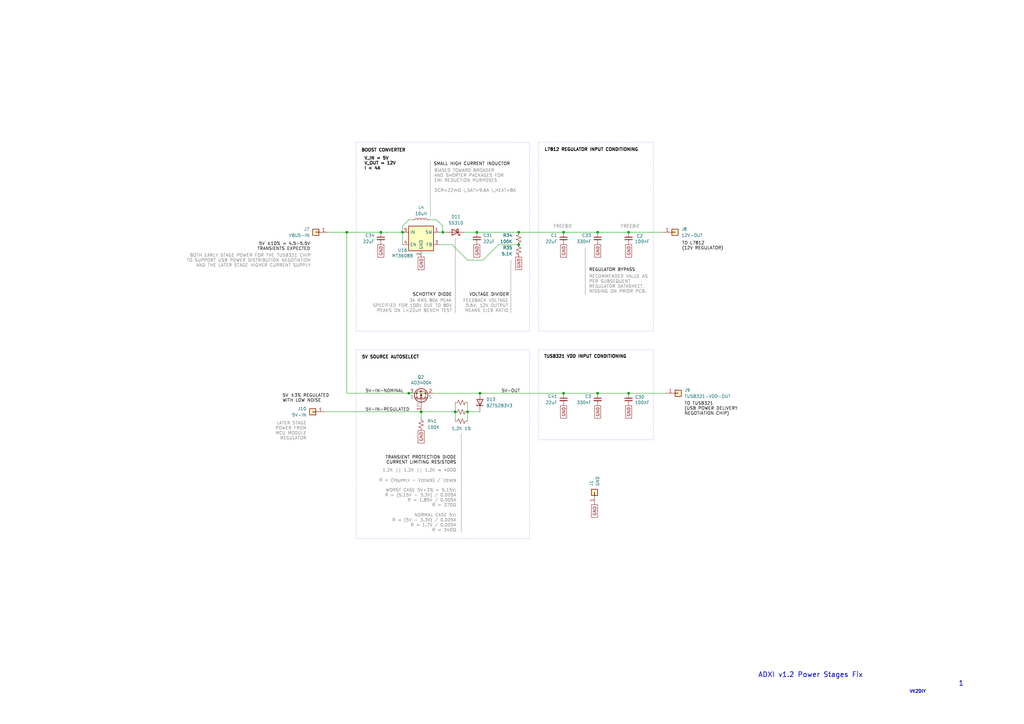
<source format=kicad_sch>
(kicad_sch (version 20231120) (generator "eeschema") (generator_version "8.0")
  (paper "A3")
  (lib_symbols
    (symbol "Connector_Generic:Conn_01x01" (pin_names (offset 1.016) hide)
      (property "Reference" "J" (at 0 2.54 0))
      (property "Value" "Conn_01x01" (at 0 -2.54 0))
      (symbol "Conn_01x01_1_1"
        (rectangle (start -1.27 0.127) (end 0 -0.127) (stroke (width 0.1524)))
        (rectangle (start -1.27 1.27) (end 1.27 -1.27) (stroke (width 0.254)) (fill (type background)))
        (pin passive line (at -5.08 0 0) (length 3.81) (name "Pin_1") (number "1"))
      )
    )
    (symbol "Device:C_Small" (pin_numbers hide) (pin_names (offset 0.254) hide)
      (property "Reference" "C" (at 0.254 1.778 0))
      (property "Value" "C_Small" (at 0.254 -2.032 0))
      (symbol "C_Small_0_1"
        (polyline (pts (xy -1.524 -0.508) (xy 1.524 -0.508)) (stroke (width 0.3302)))
        (polyline (pts (xy -1.524 0.508) (xy 1.524 0.508)) (stroke (width 0.3048)))
      )
      (symbol "C_Small_1_1"
        (pin passive line (at 0 2.54 270) (length 2.032) (name "~") (number "1"))
        (pin passive line (at 0 -2.54 90) (length 2.032) (name "~") (number "2"))
      )
    )
    (symbol "Device:L" (pin_numbers hide) (pin_names (offset 1.016) hide)
      (property "Reference" "L" (at -1.27 0 90))
      (property "Value" "L" (at 1.905 0 90))
      (symbol "L_0_1"
        (arc (start 0 -2.54) (mid 0.6323 -1.905) (end 0 -1.27))
        (arc (start 0 -1.27) (mid 0.6323 -0.635) (end 0 0))
        (arc (start 0 0) (mid 0.6323 0.635) (end 0 1.27))
        (arc (start 0 1.27) (mid 0.6323 1.905) (end 0 2.54))
      )
      (symbol "L_1_1"
        (pin passive line (at 0 3.81 270) (length 1.27) (name "1") (number "1"))
        (pin passive line (at 0 -3.81 90) (length 1.27) (name "2") (number "2"))
      )
    )
    (symbol "Device:R_Small_US" (pin_numbers hide) (pin_names (offset 0.254) hide)
      (property "Reference" "R" (at 0.762 0.508 0))
      (property "Value" "R_Small_US" (at 0.762 -1.016 0))
      (symbol "R_Small_US_1_1"
        (polyline (pts (xy 0 0) (xy 1.016 -0.381) (xy 0 -0.762) (xy -1.016 -1.143) (xy 0 -1.524)))
        (polyline (pts (xy 0 1.524) (xy 1.016 1.143) (xy 0 0.762) (xy -1.016 0.381) (xy 0 0)))
        (pin passive line (at 0 2.54 270) (length 1.016) (name "~") (number "1"))
        (pin passive line (at 0 -2.54 90) (length 1.016) (name "~") (number "2"))
      )
    )
    (symbol "Diode:BZT52Bxx" (pin_numbers hide) (pin_names hide)
      (property "Reference" "D" (at 0 2.54 0))
      (property "Value" "BZT52Bxx" (at 0 -2.54 0))
      (symbol "BZT52Bxx_0_1"
        (polyline (pts (xy 1.27 0) (xy -1.27 0)))
        (polyline (pts (xy -1.27 -1.27) (xy -1.27 1.27) (xy -0.762 1.27)) (stroke (width 0.254)))
        (polyline (pts (xy 1.27 -1.27) (xy 1.27 1.27) (xy -1.27 0) (xy 1.27 -1.27)) (stroke (width 0.254)))
      )
      (symbol "BZT52Bxx_1_1"
        (pin passive line (at -3.81 0 0) (length 2.54) (name "K") (number "1"))
        (pin passive line (at 3.81 0 180) (length 2.54) (name "A") (number "2"))
      )
    )
    (symbol "Diode:SS310" (pin_numbers hide) (pin_names (offset 1.016) hide)
      (property "Reference" "D" (at 0 2.54 0))
      (property "Value" "SS310" (at 0 -2.54 0))
      (symbol "SS310_0_1"
        (polyline (pts (xy 1.27 0) (xy -1.27 0)))
        (polyline (pts (xy 1.27 1.27) (xy 1.27 -1.27) (xy -1.27 0) (xy 1.27 1.27)) (stroke (width 0.254)))
        (polyline (pts (xy -1.905 0.635) (xy -1.905 1.27) (xy -1.27 1.27) (xy -1.27 -1.27) (xy -0.635 -1.27) (xy -0.635 -0.635)) (stroke (width 0.254)))
      )
      (symbol "SS310_1_1"
        (pin passive line (at -3.81 0 0) (length 2.54) (name "K") (number "1"))
        (pin passive line (at 3.81 0 180) (length 2.54) (name "A") (number "2"))
      )
    )
    (symbol "Regulator_Switching:MT3608"
      (property "Reference" "U" (at -2.54 8.89 0))
      (property "Value" "MT3608" (at -3.81 6.35 0))
      (symbol "MT3608_0_1"
        (rectangle (start -5.08 5.08) (end 5.08 -5.08) (stroke (width 0.254)) (fill (type background)))
      )
      (symbol "MT3608_1_1"
        (pin passive line (at 7.62 2.54 180) (length 2.54) (name "SW") (number "1"))
        (pin power_in line (at 0 -7.62 90) (length 2.54) (name "GND") (number "2"))
        (pin input line (at 7.62 -2.54 180) (length 2.54) (name "FB") (number "3"))
        (pin input line (at -7.62 -2.54 0) (length 2.54) (name "EN") (number "4"))
        (pin power_in line (at -7.62 2.54 0) (length 2.54) (name "IN") (number "5"))
        (pin no_connect line (at 5.08 0 180) (length 2.54) hide (name "NC") (number "6"))
      )
    )
    (symbol "Transistor_FET:AO3400A" (pin_names hide)
      (property "Reference" "Q" (at 5.08 1.905 0))
      (property "Value" "AO3400A" (at 5.08 0 0))
      (symbol "AO3400A_0_1"
        (polyline (pts (xy 0.254 0) (xy -2.54 0)))
        (polyline (pts (xy 0.254 1.905) (xy 0.254 -1.905)) (stroke (width 0.254)))
        (polyline (pts (xy 0.762 -1.27) (xy 0.762 -2.286)) (stroke (width 0.254)))
        (polyline (pts (xy 0.762 0.508) (xy 0.762 -0.508)) (stroke (width 0.254)))
        (polyline (pts (xy 0.762 2.286) (xy 0.762 1.27)) (stroke (width 0.254)))
        (polyline (pts (xy 2.54 2.54) (xy 2.54 1.778)))
        (polyline (pts (xy 2.54 -2.54) (xy 2.54 0) (xy 0.762 0)))
        (polyline (pts (xy 0.762 -1.778) (xy 3.302 -1.778) (xy 3.302 1.778) (xy 0.762 1.778)))
        (polyline (pts (xy 1.016 0) (xy 2.032 0.381) (xy 2.032 -0.381) (xy 1.016 0)) (fill (type outline)))
        (polyline (pts (xy 2.794 0.508) (xy 2.921 0.381) (xy 3.683 0.381) (xy 3.81 0.254)))
        (polyline (pts (xy 3.302 0.381) (xy 2.921 -0.254) (xy 3.683 -0.254) (xy 3.302 0.381)))
        (circle (center 1.651 0) (radius 2.794) (stroke (width 0.254)))
        (circle (center 2.54 -1.778) (radius 0.254) (fill (type outline)))
        (circle (center 2.54 1.778) (radius 0.254) (fill (type outline)))
      )
      (symbol "AO3400A_1_1"
        (pin input line (at -5.08 0 0) (length 2.54) (name "G") (number "1"))
        (pin passive line (at 2.54 -5.08 90) (length 2.54) (name "S") (number "2"))
        (pin passive line (at 2.54 5.08 270) (length 2.54) (name "D") (number "3"))
      )
    )
  )
  (junction (at 231.14 161.29))
  (junction (at 167.64 161.29))
  (junction (at 172.72 168.91))
  (junction (at 212.725 100.33))
  (junction (at 212.725 95.25))
  (junction (at 196.85 161.29))
  (junction (at 186.69 168.91))
  (junction (at 142.24 95.25))
  (junction (at 181.61 95.25))
  (junction (at 257.81 161.29))
  (junction (at 195.58 95.25))
  (junction (at 165.1 95.25))
  (junction (at 245.11 95.25))
  (junction (at 191.77 168.91))
  (junction (at 156.21 95.25))
  (junction (at 245.11 161.29))
  (junction (at 231.14 95.25))
  (junction (at 257.81 95.25))
  (wire (pts (xy 180.34 95.25) (xy 181.61 95.25)))
  (wire (pts (xy 134.62 95.25) (xy 142.24 95.25)))
  (wire (pts (xy 196.85 161.29) (xy 231.14 161.29)))
  (wire (pts (xy 142.24 95.25) (xy 156.21 95.25)))
  (wire (pts (xy 165.1 95.25) (xy 165.1 92.71)))
  (wire (pts (xy 176.53 90.17) (xy 179.07 90.17)))
  (wire (pts (xy 142.24 95.25) (xy 142.24 161.29)))
  (wire (pts (xy 195.58 95.25) (xy 212.725 95.25)))
  (wire (pts (xy 191.77 168.91) (xy 196.85 168.91)))
  (polyline (pts (xy 189.23 177.8) (xy 189.23 218.44)) (stroke (width 0) (color 132 132 132 1)))
  (wire (pts (xy 165.1 92.71) (xy 167.64 90.17)))
  (wire (pts (xy 179.07 90.17) (xy 181.61 92.71)))
  (wire (pts (xy 212.725 95.25) (xy 231.14 95.25)))
  (wire (pts (xy 177.8 161.29) (xy 196.85 161.29)))
  (wire (pts (xy 191.77 165.1) (xy 191.77 168.91)))
  (polyline (pts (xy 240.03 101.6) (xy 240.03 120.65)) (stroke (width 0) (color 132 132 132 1)))
  (wire (pts (xy 156.21 95.25) (xy 165.1 95.25)))
  (wire (pts (xy 165.1 95.25) (xy 165.1 100.33)))
  (wire (pts (xy 204.47 100.33) (xy 212.725 100.33)))
  (wire (pts (xy 191.77 168.91) (xy 191.77 172.72)))
  (wire (pts (xy 142.24 161.29) (xy 167.64 161.29)))
  (polyline (pts (xy 209.55 106.68) (xy 209.55 128.27)) (stroke (width 0) (color 132 132 132 1)))
  (wire (pts (xy 186.69 168.91) (xy 186.69 172.72)))
  (wire (pts (xy 257.81 95.25) (xy 271.78 95.25)))
  (wire (pts (xy 245.11 161.29) (xy 257.81 161.29)))
  (wire (pts (xy 186.69 165.1) (xy 186.69 168.91)))
  (wire (pts (xy 167.64 161.29) (xy 175.26 161.29)))
  (wire (pts (xy 181.61 95.25) (xy 182.88 95.25)))
  (wire (pts (xy 180.34 100.33) (xy 185.42 100.33)))
  (wire (pts (xy 231.14 161.29) (xy 245.11 161.29)))
  (wire (pts (xy 257.81 161.29) (xy 273.05 161.29)))
  (wire (pts (xy 181.61 92.71) (xy 181.61 95.25)))
  (wire (pts (xy 231.14 95.25) (xy 245.11 95.25)))
  (wire (pts (xy 204.47 100.33) (xy 198.12 106.68)))
  (wire (pts (xy 245.11 95.25) (xy 257.81 95.25)))
  (wire (pts (xy 191.77 106.68) (xy 185.42 100.33)))
  (polyline (pts (xy 186.69 97.79) (xy 186.69 128.27)) (stroke (width 0) (color 132 132 132 1)))
  (wire (pts (xy 190.5 95.25) (xy 195.58 95.25)))
  (polyline (pts (xy 176.53 66.04) (xy 176.53 88.9)) (stroke (width 0) (color 132 132 132 1)))
  (wire (pts (xy 172.72 168.91) (xy 186.69 168.91)))
  (wire (pts (xy 172.72 168.91) (xy 172.72 171.45)))
  (wire (pts (xy 167.64 90.17) (xy 168.91 90.17)))
  (wire (pts (xy 191.77 106.68) (xy 198.12 106.68)))
  (wire (pts (xy 133.35 168.91) (xy 172.72 168.91)))
  (rectangle (start 220.98 58.42) (end 267.97 135.89) (stroke (width 0) (type dot)))
  (rectangle (start 146.05 58.42) (end 217.17 135.89) (stroke (width 0) (type dot)))
  (rectangle (start 220.98 143.51) (end 267.97 180.34) (stroke (width 0) (type dot)))
  (rectangle (start 146.05 143.51) (end 217.17 220.98) (stroke (width 0) (type dot)))
  (text "FREEBIE" (at 226.822 92.964 0) (effects (font (size 1.27 1.27) (italic yes)) (justify left)))
  (text "VK2DIY" (at 376.428 283.718 0) (effects (font (size 1.27 1.27) (bold yes))))
  (text "G" (at 172.212 166.37 0) (effects (font (size 1.27 1.27)) (justify right)))
  (text "SCHOTTKY DIODE" (at 185.42 120.904 0) (effects (font (size 1.27 1.27) (thickness 0.1588)) (justify right)))
  (text "BOOST CONVERTER" (at 166.37 61.722 0) (effects (font (size 1.27 1.27) (thickness 0.254) (bold yes)) (justify right)))
  (text "FEEDBACK VOLTAGE\n0.6V, 12V OUTPUT\nMEANS 1:19 RATIO" (at 208.534 125.476 0) (effects (font (size 1.27 1.27)) (justify right)))
  (text "FREEBIE" (at 254.508 92.964 0) (effects (font (size 1.27 1.27) (italic yes)) (justify left)))
  (text "ADXI v1.2 Power Stages Fix" (at 310.896 276.86 0) (effects (font (size 2.032 2.032) (thickness 0.254) (bold yes)) (justify left)))
  (text "V_IN = 5V\nV_OUT = 12V\nI < 4A" (at 149.352 67.056 0) (effects (font (size 1.27 1.27) (thickness 0.254) (bold yes)) (justify left)))
  (text "REGULATOR BYPASS" (at 241.554 110.744 0) (effects (font (size 1.27 1.27) (thickness 0.1588)) (justify left)))
  (text "3A RMS 80A PEAK\nSPECIFIED FOR 100V DUE TO 80V\nPEAKS ON L=22uH BENCH TEST" (at 185.42 125.476 0) (effects (font (size 1.27 1.27)) (justify right)))
  (text "S" (at 175.768 163.068 0) (effects (font (size 1.27 1.27)) (justify left)))
  (text "TO L7812\n(12V REGULATOR)" (at 279.654 100.838 0) (effects (font (size 1.27 1.27)) (justify left)))
  (text "TO TUSB321\n(USB POWER DELIVERY\nNEGOTIATION CHIP)" (at 280.67 167.64 0) (effects (font (size 1.27 1.27)) (justify left)))
  (text "VOLTAGE DIVIDER" (at 208.788 120.904 0) (effects (font (size 1.27 1.27) (thickness 0.1588)) (justify right)))
  (text "5V ±10% = 4.5-5.5V\nTRANSIENTS EXPECTED" (at 127.254 101.092 0) (effects (font (size 1.27 1.27)) (justify right)))
  (text "BIASED TOWARD BROADER\nAND SHORTER PACKAGES FOR\nEMI REDUCTION PURPOSES\n\nDCR=22mΩ I_SAT>9.6A I_HEAT>8A" (at 178.054 69.342 0) (effects (font (size 1.27 1.27)) (justify left top)))
  (text "LATER STAGE\nPOWER FROM\nMCU MODULE\nREGULATOR" (at 125.73 176.784 0) (effects (font (size 1.27 1.27)) (justify right)))
  (text "TUSB321 VDD INPUT CONDITIONING" (at 223.012 146.304 0) (effects (font (size 1.27 1.27) (thickness 0.254) (bold yes)) (justify left)))
  (text "TRANSIENT PROTECTION DIODE\nCURRENT LIMITING RESISTORS" (at 187.198 186.944 0) (effects (font (size 1.27 1.27) (thickness 0.1588)) (justify right top)))
  (text "D" (at 169.672 163.068 0) (effects (font (size 1.27 1.27)) (justify right)))
  (text "L7812 REGULATOR INPUT CONDITIONING" (at 223.266 61.468 0) (effects (font (size 1.27 1.27) (thickness 0.254) (bold yes)) (justify left)))
  (text "1.2K || 1.2K || 1.2K ≈ 400Ω\n\nR = (V_{SUPPLY} - V_{ZENER}) / I_{ZENER}\n\nWORST CASE 5V+3% = 5.15V:\n R = (5.15V - 3.3V) / 0.005A\n R = 1.85V / 0.005A\n R = 370Ω\n\nNORMAL CASE 5V:\n R = (5V - 3.3V) / 0.005A\n R = 1.7V / 0.005A\n R = 340Ω" (at 187.198 192.278 0) (effects (font (size 1.27 1.27)) (justify right top)))
  (text "5V SOURCE AUTOSELECT" (at 148.336 146.558 0) (effects (font (size 1.27 1.27) (thickness 0.254) (bold yes)) (justify left)))
  (text "5V ±3% REGULATED\nWITH LOW NOISE" (at 115.824 163.322 0) (effects (font (size 1.27 1.27)) (justify left)))
  (text "RECOMMENDED VALUE AS\nPER SUBSEQUENT\nREGULATOR DATASHEET,\nMISSING ON PRIOR PCB." (at 241.554 116.586 0) (effects (font (size 1.27 1.27)) (justify left)))
  (text "1" (at 394.208 280.416 0) (effects (font (size 2.032 2.032) (thickness 0.254) (bold yes))))
  (text "SMALL HIGH CURRENT INDUCTOR" (at 177.8 67.31 0) (effects (font (size 1.27 1.27) (thickness 0.1588)) (justify left)))
  (text "BOTH EARLY STAGE POWER FOR THE TUSB321 CHIP\nTO SUPPORT USB POWER DISTRIBUTION NEGOTIATION\nAND THE LATER STAGE HIGHER CURRENT SUPPLY" (at 127.508 106.934 0) (effects (font (size 1.27 1.27)) (justify right)))
  (label "5V-IN-NOMINAL" (at 149.86 161.29 0))
  (label "5V-IN-REGULATED" (at 149.86 168.91 0))
  (label "5V-OUT" (at 213.36 161.29 180))
  (global_label "GND" (shape passive) (at 243.84 207.01 270) (property "Intersheetrefs" "${INTERSHEET_REFS}" (effects (hide yes))))
  (global_label "GND" (shape passive) (at 172.72 105.41 270) (property "Intersheetrefs" "${INTERSHEET_REFS}" (effects (hide yes))))
  (global_label "GND" (shape passive) (at 245.11 100.33 270) (property "Intersheetrefs" "${INTERSHEET_REFS}" (effects (hide yes))))
  (global_label "GND" (shape passive) (at 195.58 100.33 270) (property "Intersheetrefs" "${INTERSHEET_REFS}" (effects (hide yes))))
  (global_label "GND" (shape passive) (at 257.81 100.33 270) (property "Intersheetrefs" "${INTERSHEET_REFS}" (effects (hide yes))))
  (global_label "GND" (shape passive) (at 172.72 176.53 270) (property "Intersheetrefs" "${INTERSHEET_REFS}" (effects (hide yes))))
  (global_label "GND" (shape passive) (at 156.21 100.33 270) (property "Intersheetrefs" "${INTERSHEET_REFS}" (effects (hide yes))))
  (global_label "GND" (shape passive) (at 257.81 166.37 270) (property "Intersheetrefs" "${INTERSHEET_REFS}" (effects (hide yes))))
  (global_label "GND" (shape passive) (at 245.11 166.37 270) (property "Intersheetrefs" "${INTERSHEET_REFS}" (effects (hide yes))))
  (global_label "GND" (shape passive) (at 231.14 166.37 270) (property "Intersheetrefs" "${INTERSHEET_REFS}" (effects (hide yes))))
  (global_label "GND" (shape passive) (at 231.14 100.33 270) (property "Intersheetrefs" "${INTERSHEET_REFS}" (effects (hide yes))))
  (global_label "GND" (shape passive) (at 212.725 105.41 270) (property "Intersheetrefs" "${INTERSHEET_REFS}" (effects (hide yes))))
  (symbol (lib_id "Connector_Generic:Conn_01x01") (at 278.13 161.29 0) (unit 1)
    (property "Reference" "J9" (at 280.67 160.0199 0) (effects (justify left)))
    (property "Value" "TUSB321-VDD-OUT" (at 280.67 162.5599 0) (effects (justify left)))
    (property "Footprint" "Connector_PinHeader_2.54mm:PinHeader_1x01_P2.54mm_Vertical" (effects (hide yes)))
    (property "Description" "Generic connector, single row, 01x01, script generated (kicad-library-utils/schlib/autogen/connector/)" (effects (hide yes)))
  )
  (symbol (lib_id "Connector_Generic:Conn_01x01") (at 128.27 168.91 0) (mirror y) (unit 1)
    (property "Reference" "J10" (at 125.73 167.6399 0) (effects (justify left)))
    (property "Value" "5V-IN" (at 125.73 170.1799 0) (effects (justify left)))
    (property "Footprint" "Connector_PinHeader_2.54mm:PinHeader_1x01_P2.54mm_Vertical" (effects (hide yes)))
    (property "Description" "Generic connector, single row, 01x01, script generated (kicad-library-utils/schlib/autogen/connector/)" (effects (hide yes)))
  )
  (symbol (lib_id "Diode:BZT52Bxx") (at 196.85 165.1 90) (unit 1)
    (property "Reference" "D13" (at 199.39 163.8299 90) (effects (justify right)))
    (property "Value" "BZT52B3V3" (at 199.39 166.3699 90) (effects (justify right)))
    (property "Footprint" "Diode_SMD:D_SOD-123F" (effects (hide yes)))
    (property "Datasheet" "https://wmsc.lcsc.com/wmsc/upload/file/pdf/v2/lcsc/2310251757_hongjiacheng-BZT52B3V3_C19077392.pdf" (effects (hide yes)))
    (property "Description" "Independent Type 3.23V~3.37V 500mW 3.3V SOD-123 Zener Diodes ROHS" (effects (hide yes)))
    (property "LCSC Part #" "C19077392" (effects (hide yes)))
    (property "MPN" "BZT52B3V3" (effects (hide yes)))
    (property "Manufacturer" "Hongjiacheng" (effects (hide yes)))
  )
  (symbol (lib_id "Device:R_Small_US") (at 212.725 97.79 0) (mirror x) (unit 1)
    (property "Reference" "R34" (at 210.185 96.5199 0) (effects (justify right)))
    (property "Value" "100K" (at 210.185 99.0599 0) (effects (justify right)))
    (property "Footprint" "Resistor_SMD:R_1206_3216Metric" (effects (hide yes)))
    (property "Datasheet" "https://wmsc.lcsc.com/wmsc/upload/file/pdf/v2/lcsc/2206010145_UNI-ROYAL-Uniroyal-Elec-1206W4F1003T5E_C17900.pdf" (effects (hide yes)))
    (property "Description" "Resistor, small US symbol" (effects (hide yes)))
    (property "LCSC Part #" "C17900" (effects (hide yes)))
    (property "MPN" "1206W4F1003T5E" (effects (hide yes)))
    (property "Manufacturer" "Uniroyal" (effects (hide yes)))
  )
  (symbol (lib_id "Device:C_Small") (at 257.81 97.79 0) (mirror x) (unit 1)
    (property "Reference" "C2" (at 262.382 96.774 0))
    (property "Value" "100nF" (at 263.398 99.06 0))
    (property "Footprint" "Capacitor_SMD:C_0805_2012Metric" (effects (hide yes)))
    (property "Datasheet" "https://wmsc.lcsc.com/wmsc/upload/file/pdf/v2/lcsc/2304140030_Samsung-Electro-Mechanics-CL21B104KCFNNNE_C28233.pdf" (effects (hide yes)))
    (property "Description" "Unpolarized capacitor, small symbol" (effects (hide yes)))
    (property "MPN" "CL21B104KCFNNNE" (effects (hide yes)))
    (property "LCSC Part #" "C28233" (effects (hide yes)))
    (property "Manfacturer" "Samsung" (effects (hide yes)))
  )
  (symbol (lib_id "Device:C_Small") (at 231.14 97.79 0) (mirror y) (unit 1)
    (property "Reference" "C1" (at 228.6 96.5262 0) (effects (justify left)))
    (property "Value" "22uF" (at 228.6 99.0662 0) (effects (justify left)))
    (property "Footprint" "Capacitor_SMD:C_0805_2012Metric" (effects (hide yes)))
    (property "Datasheet" "https://www.lcsc.com/datasheet/lcsc_datasheet_2304140030_Samsung-Electro-Mechanics-CL21A226MAQNNNE_C45783.pdf" (effects (hide yes)))
    (property "Description" "25V 22uF X5R ±20% 0805 Multilayer Ceramic Capacitors MLCC - SMD/SMT ROHS" (effects (hide yes)))
    (property "LCSC Part #" "C45783" (effects (hide yes)))
    (property "MPN" "CL21A226MAQNNNE" (effects (hide yes)))
    (property "Manufacturer" "Samsung" (effects (hide yes)))
  )
  (symbol (lib_id "Device:R_Small_US") (at 212.725 102.87 0) (unit 1)
    (property "Reference" "R35" (at 210.185 101.5999 0) (effects (justify right)))
    (property "Value" "5.1K" (at 210.185 104.1399 0) (effects (justify right)))
    (property "Footprint" "Resistor_SMD:R_0805_2012Metric" (effects (hide yes)))
    (property "Datasheet" "https://wmsc.lcsc.com/wmsc/upload/file/pdf/v2/lcsc/2206010030_UNI-ROYAL-Uniroyal-Elec-0805W8F5101T5E_C27834.pdf" (effects (hide yes)))
    (property "Description" "125mW Thick Film Resistors 150V ±100ppm/℃ ±1% 5.1kΩ 0805 Chip Resistor - Surface Mount ROHS" (effects (hide yes)))
    (property "LCSC Part #" "C27834" (effects (hide yes)))
    (property "MPN" "0805W8F5101T5E" (effects (hide yes)))
    (property "Manufacturer" "Uniroyal" (effects (hide yes)))
  )
  (symbol (lib_id "Connector_Generic:Conn_01x01") (at 243.84 201.93 90) (unit 1)
    (property "Reference" "J1" (at 242.5699 199.39 0) (effects (justify left)))
    (property "Value" "GND" (at 245.1099 199.39 0) (effects (justify left)))
    (property "Footprint" "Connector_PinHeader_2.54mm:PinHeader_1x01_P2.54mm_Vertical" (effects (hide yes)))
    (property "Description" "Generic connector, single row, 01x01, script generated (kicad-library-utils/schlib/autogen/connector/)" (effects (hide yes)))
  )
  (symbol (lib_id "Device:C_Small") (at 156.21 97.79 0) (mirror y) (unit 1)
    (property "Reference" "C34" (at 153.67 96.5262 0) (effects (justify left)))
    (property "Value" "22uF" (at 153.67 99.0662 0) (effects (justify left)))
    (property "Footprint" "Capacitor_SMD:C_0805_2012Metric" (effects (hide yes)))
    (property "Datasheet" "https://www.lcsc.com/datasheet/lcsc_datasheet_2304140030_Samsung-Electro-Mechanics-CL21A226MAQNNNE_C45783.pdf" (effects (hide yes)))
    (property "Description" "25V 22uF X5R ±20% 0805 Multilayer Ceramic Capacitors MLCC - SMD/SMT ROHS" (effects (hide yes)))
    (property "LCSC Part #" "C45783" (effects (hide yes)))
    (property "MPN" "CL21A226MAQNNNE" (effects (hide yes)))
    (property "Manufacturer" "Samsung" (effects (hide yes)))
  )
  (symbol (lib_id "Transistor_FET:AO3400A") (at 172.72 163.83 90) (unit 1)
    (property "Reference" "Q2" (at 173.99 154.686 90) (effects (justify left)))
    (property "Value" "AO3400A" (at 177.038 156.972 90) (effects (justify left)))
    (property "Footprint" "Package_TO_SOT_SMD:SOT-23" (effects (hide yes)))
    (property "Datasheet" "https://www.lcsc.com/datasheet/lcsc_datasheet_1811081213_Alpha---Omega-Semicon-AO3400A_C20917.pdf" (effects (hide yes)))
    (property "Description" "30V 5.7A 26.5mΩ@10V,5.7A 1.4W 1.5V@250uA 1 N-Channel SOT-23-3L MOSFETs ROHS" (effects (hide yes)))
    (property "LCSC Part #" "C20917" (effects (hide yes)))
    (property "MPN" "AO3400A" (effects (hide yes)))
    (property "Manufacturer" "Alpha & Omega Semicon" (effects (hide yes)))
  )
  (symbol (lib_id "Device:R_Small_US") (at 189.23 168.91 90) (unit 1)
    (property "Reference" "R43" (effects (hide yes)))
    (property "Value" "1.2K 1%" (effects (hide yes)))
    (property "Footprint" "Resistor_SMD:R_0603_1608Metric" (effects (hide yes)))
    (property "Datasheet" "https://www.lcsc.com/datasheet/lcsc_datasheet_2206010130_UNI-ROYAL-Uniroyal-Elec-0603WAF1201T5E_C22765.pdf" (effects (hide yes)))
    (property "Description" "100mW Thick Film Resistors 75V ±100ppm/℃ ±1% 1.2kΩ 0603 Chip Resistor - Surface Mount ROHS" (effects (hide yes)))
    (property "LCSC Part #" "C22765" (effects (hide yes)))
    (property "MPN" "0603WAF1201T5E" (effects (hide yes)))
    (property "Manufacturer" "Uniroyal" (effects (hide yes)))
  )
  (symbol (lib_id "Device:R_Small_US") (at 172.72 173.99 180) (unit 1)
    (property "Reference" "R41" (at 175.26 172.7199 0) (effects (justify right)))
    (property "Value" "100K" (at 175.26 175.2599 0) (effects (justify right)))
    (property "Footprint" "Resistor_SMD:R_1206_3216Metric" (effects (hide yes)))
    (property "Datasheet" "https://wmsc.lcsc.com/wmsc/upload/file/pdf/v2/lcsc/2206010145_UNI-ROYAL-Uniroyal-Elec-1206W4F1003T5E_C17900.pdf" (effects (hide yes)))
    (property "Description" "Resistor, small US symbol" (effects (hide yes)))
    (property "LCSC Part #" "C17900" (effects (hide yes)))
    (property "MPN" "1206W4F1003T5E" (effects (hide yes)))
    (property "Manufacturer" "Uniroyal" (effects (hide yes)))
  )
  (symbol (lib_id "Device:R_Small_US") (at 189.23 165.1 90) (unit 1)
    (property "Reference" "R44" (effects (hide yes)))
    (property "Value" "1.2K 1%" (effects (hide yes)))
    (property "Footprint" "Resistor_SMD:R_0603_1608Metric" (effects (hide yes)))
    (property "Datasheet" "https://www.lcsc.com/datasheet/lcsc_datasheet_2206010130_UNI-ROYAL-Uniroyal-Elec-0603WAF1201T5E_C22765.pdf" (effects (hide yes)))
    (property "Description" "100mW Thick Film Resistors 75V ±100ppm/℃ ±1% 1.2kΩ 0603 Chip Resistor - Surface Mount ROHS" (effects (hide yes)))
    (property "LCSC Part #" "C22765" (effects (hide yes)))
    (property "MPN" "0603WAF1201T5E" (effects (hide yes)))
    (property "Manufacturer" "Uniroyal" (effects (hide yes)))
  )
  (symbol (lib_id "Device:C_Small") (at 257.81 163.83 0) (mirror x) (unit 1)
    (property "Reference" "C30" (at 262.382 162.814 0))
    (property "Value" "100nF" (at 263.398 165.1 0))
    (property "Footprint" "Capacitor_SMD:C_0805_2012Metric" (effects (hide yes)))
    (property "Datasheet" "https://wmsc.lcsc.com/wmsc/upload/file/pdf/v2/lcsc/2304140030_Samsung-Electro-Mechanics-CL21B104KCFNNNE_C28233.pdf" (effects (hide yes)))
    (property "Description" "Unpolarized capacitor, small symbol" (effects (hide yes)))
    (property "MPN" "CL21B104KCFNNNE" (effects (hide yes)))
    (property "LCSC Part #" "C28233" (effects (hide yes)))
    (property "Manfacturer" "Samsung" (effects (hide yes)))
  )
  (symbol (lib_id "Connector_Generic:Conn_01x01") (at 276.86 95.25 0) (unit 1)
    (property "Reference" "J8" (at 279.4 93.9799 0) (effects (justify left)))
    (property "Value" "12V-OUT" (at 279.4 96.5199 0) (effects (justify left)))
    (property "Footprint" "Connector_PinHeader_2.54mm:PinHeader_1x01_P2.54mm_Vertical" (effects (hide yes)))
    (property "Description" "Generic connector, single row, 01x01, script generated (kicad-library-utils/schlib/autogen/connector/)" (effects (hide yes)))
  )
  (symbol (lib_id "Diode:SS310") (at 186.69 95.25 180) (unit 1)
    (property "Reference" "D11" (at 187.0075 88.9 0))
    (property "Value" "SS310" (at 187.0075 91.44 0))
    (property "Footprint" "Diode_SMD:D_SMA" (effects (hide yes)))
    (property "Datasheet" "https://wmsc.lcsc.com/wmsc/upload/file/pdf/v2/lcsc/2308281515_hongjiacheng-SS310_C7420364.pdf" (effects (hide yes)))
    (property "Description" "100V Independent Type 850mV@3A 3A SMA(DO-214AC) Schottky Diodes ROHS" (effects (hide yes)))
    (property "LCSC Part #" "C7420364" (effects (hide yes)))
    (property "MPN" "SS310" (effects (hide yes)))
    (property "Manufacturer" "Hongjiacheng" (effects (hide yes)))
  )
  (symbol (lib_id "Connector_Generic:Conn_01x01") (at 129.54 95.25 0) (mirror y) (unit 1)
    (property "Reference" "J7" (at 127 93.9799 0) (effects (justify left)))
    (property "Value" "VBUS-IN" (at 127 96.5199 0) (effects (justify left)))
    (property "Footprint" "Connector_PinHeader_2.54mm:PinHeader_1x01_P2.54mm_Vertical" (effects (hide yes)))
    (property "Description" "Generic connector, single row, 01x01, script generated (kicad-library-utils/schlib/autogen/connector/)" (effects (hide yes)))
  )
  (symbol (lib_id "Device:C_Small") (at 195.58 97.79 0) (unit 1)
    (property "Reference" "C31" (at 198.12 96.5262 0) (effects (justify left)))
    (property "Value" "22uF" (at 198.12 99.0662 0) (effects (justify left)))
    (property "Footprint" "Capacitor_SMD:C_0805_2012Metric" (effects (hide yes)))
    (property "Datasheet" "https://www.lcsc.com/datasheet/lcsc_datasheet_2304140030_Samsung-Electro-Mechanics-CL21A226MAQNNNE_C45783.pdf" (effects (hide yes)))
    (property "Description" "25V 22uF X5R ±20% 0805 Multilayer Ceramic Capacitors MLCC - SMD/SMT ROHS" (effects (hide yes)))
    (property "LCSC Part #" "C45783" (effects (hide yes)))
    (property "MPN" "CL21A226MAQNNNE" (effects (hide yes)))
    (property "Manufacturer" "Samsung" (effects (hide yes)))
  )
  (symbol (lib_id "Device:C_Small") (at 245.11 97.79 0) (mirror y) (unit 1)
    (property "Reference" "C33" (at 242.57 96.5262 0) (effects (justify left)))
    (property "Value" "330nF" (at 242.57 99.0662 0) (effects (justify left)))
    (property "Footprint" "Capacitor_SMD:C_0603_1608Metric" (effects (hide yes)))
    (property "Datasheet" "https://www.lcsc.com/datasheet/lcsc_datasheet_2211101700_YAGEO-CC0603KRX7R9BB104_C14663.pdf" (effects (hide yes)))
    (property "Description" "50V 100nF X7R ±10% 0603 Multilayer Ceramic Capacitors MLCC - SMD/SMT ROHS" (effects (hide yes)))
    (property "LCSC Part #" "C14663" (effects (hide yes)))
    (property "MPN" "CC0603KRX7R9BB104" (effects (hide yes)))
    (property "Manufacturer" "Yageo" (effects (hide yes)))
  )
  (symbol (lib_id "Device:C_Small") (at 245.11 163.83 0) (mirror y) (unit 1)
    (property "Reference" "C3" (at 242.57 162.5662 0) (effects (justify left)))
    (property "Value" "330nF" (at 242.57 165.1062 0) (effects (justify left)))
    (property "Footprint" "Capacitor_SMD:C_0603_1608Metric" (effects (hide yes)))
    (property "Datasheet" "https://www.lcsc.com/datasheet/lcsc_datasheet_2211101700_YAGEO-CC0603KRX7R9BB104_C14663.pdf" (effects (hide yes)))
    (property "Description" "50V 100nF X7R ±10% 0603 Multilayer Ceramic Capacitors MLCC - SMD/SMT ROHS" (effects (hide yes)))
    (property "LCSC Part #" "C14663" (effects (hide yes)))
    (property "MPN" "CC0603KRX7R9BB104" (effects (hide yes)))
    (property "Manufacturer" "Yageo" (effects (hide yes)))
  )
  (symbol (lib_id "Device:R_Small_US") (at 189.23 172.72 90) (unit 1)
    (property "Reference" "R42" (effects (hide yes)))
    (property "Value" "1.2K 1%" (at 189.23 175.768 90))
    (property "Footprint" "Resistor_SMD:R_0603_1608Metric" (effects (hide yes)))
    (property "Datasheet" "https://www.lcsc.com/datasheet/lcsc_datasheet_2206010130_UNI-ROYAL-Uniroyal-Elec-0603WAF1201T5E_C22765.pdf" (effects (hide yes)))
    (property "Description" "100mW Thick Film Resistors 75V ±100ppm/℃ ±1% 1.2kΩ 0603 Chip Resistor - Surface Mount ROHS" (effects (hide yes)))
    (property "LCSC Part #" "C22765" (effects (hide yes)))
    (property "MPN" "0603WAF1201T5E" (effects (hide yes)))
    (property "Manufacturer" "Uniroyal" (effects (hide yes)))
  )
  (symbol (lib_id "Device:L") (at 172.72 90.17 90) (unit 1)
    (property "Reference" "L4" (at 172.72 85.09 90))
    (property "Value" "10uH" (at 172.72 87.63 90))
    (property "Footprint" "library:IND-SMD_L12.6-W13.5" (effects (hide yes)))
    (property "Datasheet" "https://wmsc.lcsc.com/wmsc/upload/file/pdf/v2/lcsc/2404260921_cjiang--Changjiang-Microelectronics-Tech-FXL1350-100-M_C526017.pdf" (effects (hide yes)))
    (property "Description" "9A 10uH Integrated molded inductor ±20% 12A SMD,12.6x13.5mm Power Inductors ROHS" (effects (hide yes)))
    (property "LCSC Part #" "C526017" (effects (hide yes)))
    (property "MPN" "FXL1350-100-M" (effects (hide yes)))
    (property "Manufacturer" "Changjiang" (effects (hide yes)))
  )
  (symbol (lib_id "Regulator_Switching:MT3608") (at 172.72 97.79 0) (unit 1)
    (property "Reference" "U16" (at 165.1 102.616 0))
    (property "Value" "MT3608B" (at 165.1 104.902 0))
    (property "Footprint" "Package_TO_SOT_SMD:SOT-23-6" (effects (hide yes)))
    (property "Datasheet" "https://wmsc.lcsc.com/wmsc/upload/file/pdf/v2/lcsc/2311081139_XI-AN-Aerosemi-Tech-MT3608B_C19189893.pdf" (effects (hide yes)))
    (property "Description" "High Efficiency 1.2MHz 2A Step Up Converter, 2-24V Vin, 28V Vout, 4A current limit, 1.2MHz, SOT23-6" (effects (hide yes)))
    (property "LCSC Part #" "C19189893" (effects (hide yes)))
    (property "MPN" "MT3608B" (effects (hide yes)))
    (property "Manufacturer" "Xi'an Aerosemi Tech" (effects (hide yes)))
    (property "Alternatives" "C2833712 C78162 C22396393 C77805" (effects (hide yes)))
    (property "Note" "China version of original Olimex part. Very widely cloned, identical clones from many manufacturers." (effects (hide yes)))
  )
  (symbol (lib_id "Device:C_Small") (at 231.14 163.83 0) (mirror y) (unit 1)
    (property "Reference" "C41" (at 228.6 162.5662 0) (effects (justify left)))
    (property "Value" "22uF" (at 228.6 165.1062 0) (effects (justify left)))
    (property "Footprint" "Capacitor_SMD:C_0805_2012Metric" (effects (hide yes)))
    (property "Datasheet" "https://www.lcsc.com/datasheet/lcsc_datasheet_2304140030_Samsung-Electro-Mechanics-CL21A226MAQNNNE_C45783.pdf" (effects (hide yes)))
    (property "Description" "25V 22uF X5R ±20% 0805 Multilayer Ceramic Capacitors MLCC - SMD/SMT ROHS" (effects (hide yes)))
    (property "LCSC Part #" "C45783" (effects (hide yes)))
    (property "MPN" "CL21A226MAQNNNE" (effects (hide yes)))
    (property "Manufacturer" "Samsung" (effects (hide yes)))
  )
)
</source>
